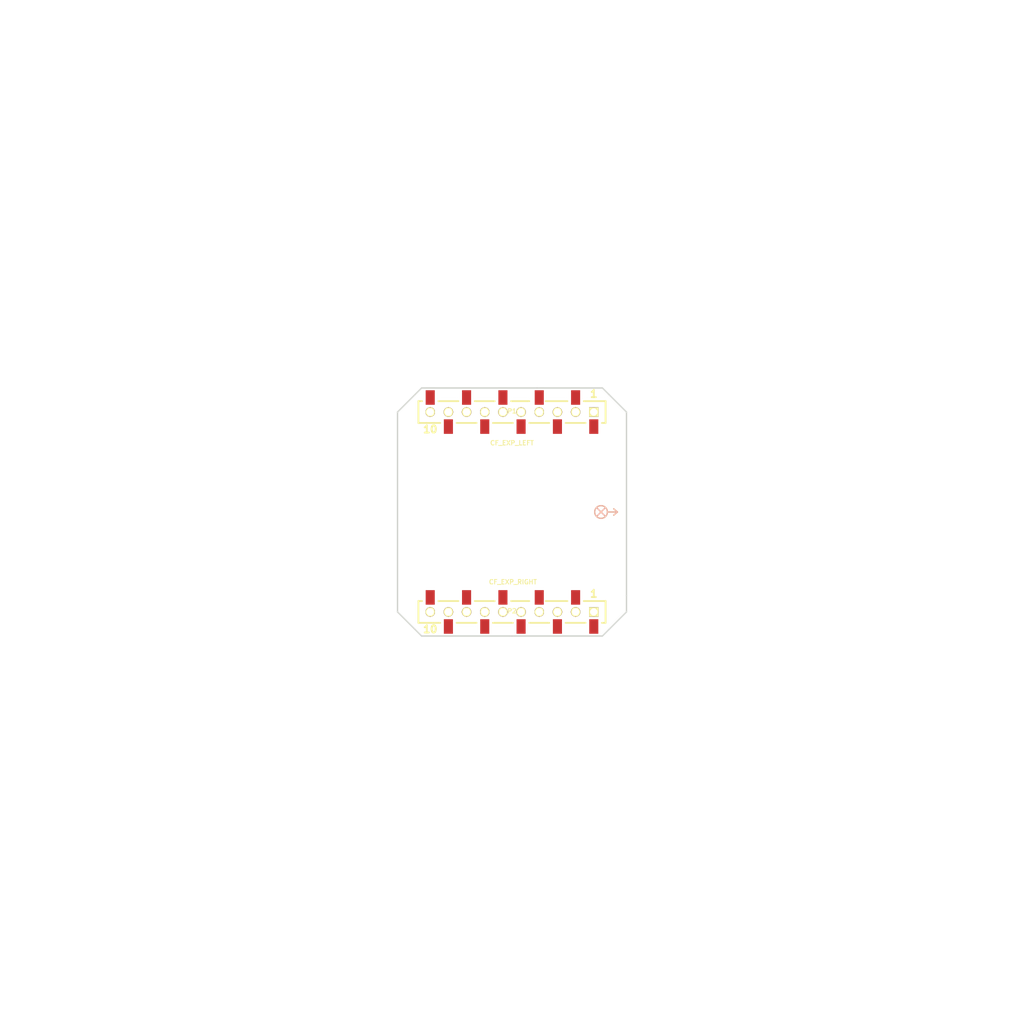
<source format=kicad_pcb>
(kicad_pcb (version 20241229) (generator "pcbnew") (generator_version "9.0")
  (title_block (title "Crazyflie 2.0 expansion template") (date "20 okt 2014") (rev "A") (company "Bitcraze AB") (comment 1 "Licensed under CC-BY 4.0"))
  (layers (0 "F.Cu" signal) (2 "B.Cu" signal) (13 "F.Paste" user) (15 "B.Paste" user) (5 "F.SilkS" user) (7 "B.SilkS" user) (1 "F.Mask" user) (3 "B.Mask" user) (25 "Edge.Cuts" user))
  (net 0 "")
  (net 1 "Net-(P1-Pad10)")
  (net 2 "Net-(P1-Pad2)")
  (net 3 "Net-(P1-Pad1)")
  (net 4 "Net-(P1-Pad8)")
  (net 5 "Net-(P1-Pad9)")
  (net 6 "Net-(P1-Pad3)")
  (net 7 "Net-(P1-Pad4)")
  (net 8 "Net-(P1-Pad7)")
  (net 9 "Net-(P1-Pad6)")
  (net 10 "Net-(P1-Pad5)")
  (net 11 "Net-(P2-Pad10)")
  (net 12 "Net-(P2-Pad2)")
  (net 13 "Net-(P2-Pad1)")
  (net 14 "Net-(P2-Pad8)")
  (net 15 "Net-(P2-Pad9)")
  (net 16 "Net-(P2-Pad3)")
  (net 17 "Net-(P2-Pad4)")
  (net 18 "Net-(P2-Pad7)")
  (net 19 "Net-(P2-Pad6)")
  (net 20 "Net-(P2-Pad5)")
  (footprint "connectors:BF090-10-X-B2" (layer "F.Cu") (at 139.001 86.00092 180)
    (property "Reference" "P1" (at 0 0.1 180) (layer "F.SilkS") (effects (font (size 0.5 0.5) (thickness 0.1))))
    (property "Value" "CF_EXP_LEFT" (at 0 -3.4 180) (layer "F.SilkS") (effects (font (size 0.5 0.5) (thickness 0.1))))
    (fp_line (start 10.3 1.2) (end 9.9 1.2) (stroke (width 0.2)) (layer "F.SilkS"))
    (fp_line (start 10.3 -1.2) (end 10.3 1.2) (stroke (width 0.2)) (layer "F.SilkS"))
    (fp_line (start 7.9 -1.2) (end 10.3 -1.2) (stroke (width 0.2)) (layer "F.SilkS"))
    (fp_line (start 5.9 1.2) (end 8.1 1.2) (stroke (width 0.2)) (layer "F.SilkS"))
    (fp_line (start 3.9 -1.2) (end 6.1 -1.2) (stroke (width 0.2)) (layer "F.SilkS"))
    (fp_line (start 1.9 1.2) (end 4.1 1.2) (stroke (width 0.2)) (layer "F.SilkS"))
    (fp_line (start -0.1 -1.2) (end 2.1 -1.2) (stroke (width 0.2)) (layer "F.SilkS"))
    (fp_line (start -1.9 1.2) (end 0.1 1.2) (stroke (width 0.2)) (layer "F.SilkS"))
    (fp_line (start -4.1 -1.2) (end -1.9 -1.2) (stroke (width 0.2)) (layer "F.SilkS"))
    (fp_line (start -6.1 1.2) (end -3.7 1.2) (stroke (width 0.2)) (layer "F.SilkS"))
    (fp_line (start -8.1 -1.2) (end -5.9 -1.2) (stroke (width 0.2)) (layer "F.SilkS"))
    (fp_line (start -10.3 1.2) (end -7.9 1.2) (stroke (width 0.2)) (layer "F.SilkS"))
    (fp_line (start -10.3 -1.2) (end -9.9 -1.2) (stroke (width 0.2)) (layer "F.SilkS"))
    (fp_line (start -10.3 -1.2) (end -10.3 1.2) (stroke (width 0.2)) (layer "F.SilkS"))
    (fp_text user "1" (at -9 2 180) (layer "F.SilkS") (effects (font (size 0.8 0.8) (thickness 0.2))))
    (fp_text user "10" (at 9 -1.9 180) (layer "F.SilkS") (effects (font (size 0.8 0.8) (thickness 0.2))))
    (pad "1" smd rect (at -9 -1.6 180) (size 1 1.6) (layers "F.Cu" "F.Mask" "F.Paste") (net 3 "Net-(P1-Pad1)"))
    (pad "1" smd circle (at -9 0 180) (size 1.05 1.05) (layers "F.Cu" "F.Mask") (net 3 "Net-(P1-Pad1)"))
    (pad "1" thru_hole rect (at -9 0 180) (size 1.05 1.05) (drill 0.8) (layers "*.Cu" "B.Mask" "F.SilkS") (net 3 "Net-(P1-Pad1)"))
    (pad "2" smd circle (at -7 0 180) (size 1.05 1.05) (layers "F.Cu" "F.Mask") (net 2 "Net-(P1-Pad2)"))
    (pad "2" thru_hole circle (at -7 0 180) (size 1.05 1.05) (drill 0.8) (layers "*.Cu" "B.Mask" "F.SilkS") (net 2 "Net-(P1-Pad2)"))
    (pad "2" smd rect (at -7 1.6 180) (size 1 1.6) (layers "F.Cu" "F.Mask" "F.Paste") (net 2 "Net-(P1-Pad2)"))
    (pad "3" smd rect (at -5 -1.6 180) (size 1 1.6) (layers "F.Cu" "F.Mask" "F.Paste") (net 6 "Net-(P1-Pad3)"))
    (pad "3" smd circle (at -5 0 180) (size 1.05 1.05) (layers "F.Cu" "F.Mask") (net 6 "Net-(P1-Pad3)"))
    (pad "3" thru_hole circle (at -5 0 180) (size 1.05 1.05) (drill 0.8) (layers "*.Cu" "B.Mask" "F.SilkS") (net 6 "Net-(P1-Pad3)"))
    (pad "4" smd circle (at -3 0 180) (size 1.05 1.05) (layers "F.Cu" "F.Mask") (net 7 "Net-(P1-Pad4)"))
    (pad "4" thru_hole circle (at -3 0 180) (size 1.05 1.05) (drill 0.8) (layers "*.Cu" "B.Mask" "F.SilkS") (net 7 "Net-(P1-Pad4)"))
    (pad "4" smd rect (at -3 1.6 180) (size 1 1.6) (layers "F.Cu" "F.Mask" "F.Paste") (net 7 "Net-(P1-Pad4)"))
    (pad "5" smd rect (at -1 -1.6 180) (size 1 1.6) (layers "F.Cu" "F.Mask" "F.Paste") (net 10 "Net-(P1-Pad5)"))
    (pad "5" smd circle (at -1 0 180) (size 1.05 1.05) (layers "F.Cu" "F.Mask") (net 10 "Net-(P1-Pad5)"))
    (pad "5" thru_hole circle (at -1 0 180) (size 1.05 1.05) (drill 0.8) (layers "*.Cu" "B.Mask" "F.SilkS") (net 10 "Net-(P1-Pad5)"))
    (pad "6" smd circle (at 1 0 180) (size 1.05 1.05) (layers "F.Cu" "F.Mask") (net 9 "Net-(P1-Pad6)"))
    (pad "6" thru_hole circle (at 1 0 180) (size 1.05 1.05) (drill 0.8) (layers "*.Cu" "B.Mask" "F.SilkS") (net 9 "Net-(P1-Pad6)"))
    (pad "6" smd rect (at 1 1.6 180) (size 1 1.6) (layers "F.Cu" "F.Mask" "F.Paste") (net 9 "Net-(P1-Pad6)"))
    (pad "7" smd rect (at 3 -1.6 180) (size 1 1.6) (layers "F.Cu" "F.Mask" "F.Paste") (net 8 "Net-(P1-Pad7)"))
    (pad "7" smd circle (at 3 0 180) (size 1.05 1.05) (layers "F.Cu" "F.Mask") (net 8 "Net-(P1-Pad7)"))
    (pad "7" thru_hole circle (at 3 0 180) (size 1.05 1.05) (drill 0.8) (layers "*.Cu" "B.Mask" "F.SilkS") (net 8 "Net-(P1-Pad7)"))
    (pad "8" smd circle (at 5 0 180) (size 1.05 1.05) (layers "F.Cu" "F.Mask") (net 4 "Net-(P1-Pad8)"))
    (pad "8" thru_hole circle (at 5 0 180) (size 1.05 1.05) (drill 0.8) (layers "*.Cu" "B.Mask" "F.SilkS") (net 4 "Net-(P1-Pad8)"))
    (pad "8" smd rect (at 5 1.6 180) (size 1 1.6) (layers "F.Cu" "F.Mask" "F.Paste") (net 4 "Net-(P1-Pad8)"))
    (pad "9" smd rect (at 7 -1.6 180) (size 1 1.6) (layers "F.Cu" "F.Mask" "F.Paste") (net 5 "Net-(P1-Pad9)"))
    (pad "9" smd circle (at 7 0 180) (size 1.05 1.05) (layers "F.Cu" "F.Mask") (net 5 "Net-(P1-Pad9)"))
    (pad "9" thru_hole circle (at 7 0 180) (size 1.05 1.05) (drill 0.8) (layers "*.Cu" "B.Mask" "F.SilkS") (net 5 "Net-(P1-Pad9)"))
    (pad "10" smd circle (at 9 0 180) (size 1.05 1.05) (layers "F.Cu" "F.Mask") (net 1 "Net-(P1-Pad10)"))
    (pad "10" thru_hole circle (at 9 0 180) (size 1.05 1.05) (drill 0.8) (layers "*.Cu" "B.Mask" "F.SilkS") (net 1 "Net-(P1-Pad10)"))
    (pad "10" smd rect (at 9 1.6 180) (size 1 1.6) (layers "F.Cu" "F.Mask" "F.Paste") (net 1 "Net-(P1-Pad10)"))
  )
  (footprint "connectors:BF090-10-X-B2" (layer "F.Cu") (at 139.001 108.00092 180)
    (property "Reference" "P2" (at 0 0.1 180) (layer "F.SilkS") (effects (font (size 0.5 0.5) (thickness 0.1))))
    (property "Value" "CF_EXP_RIGHT" (at -0.1 3.3 180) (layer "F.SilkS") (effects (font (size 0.5 0.5) (thickness 0.1))))
    (fp_line (start 10.3 1.2) (end 9.9 1.2) (stroke (width 0.2)) (layer "F.SilkS"))
    (fp_line (start 10.3 -1.2) (end 10.3 1.2) (stroke (width 0.2)) (layer "F.SilkS"))
    (fp_line (start 7.9 -1.2) (end 10.3 -1.2) (stroke (width 0.2)) (layer "F.SilkS"))
    (fp_line (start 5.9 1.2) (end 8.1 1.2) (stroke (width 0.2)) (layer "F.SilkS"))
    (fp_line (start 3.9 -1.2) (end 6.1 -1.2) (stroke (width 0.2)) (layer "F.SilkS"))
    (fp_line (start 1.9 1.2) (end 4.1 1.2) (stroke (width 0.2)) (layer "F.SilkS"))
    (fp_line (start -0.1 -1.2) (end 2.1 -1.2) (stroke (width 0.2)) (layer "F.SilkS"))
    (fp_line (start -1.9 1.2) (end 0.1 1.2) (stroke (width 0.2)) (layer "F.SilkS"))
    (fp_line (start -4.1 -1.2) (end -1.9 -1.2) (stroke (width 0.2)) (layer "F.SilkS"))
    (fp_line (start -6.1 1.2) (end -3.7 1.2) (stroke (width 0.2)) (layer "F.SilkS"))
    (fp_line (start -8.1 -1.2) (end -5.9 -1.2) (stroke (width 0.2)) (layer "F.SilkS"))
    (fp_line (start -10.3 1.2) (end -7.9 1.2) (stroke (width 0.2)) (layer "F.SilkS"))
    (fp_line (start -10.3 -1.2) (end -9.9 -1.2) (stroke (width 0.2)) (layer "F.SilkS"))
    (fp_line (start -10.3 -1.2) (end -10.3 1.2) (stroke (width 0.2)) (layer "F.SilkS"))
    (fp_text user "10" (at 9 -1.9 180) (layer "F.SilkS") (effects (font (size 0.8 0.8) (thickness 0.2))))
    (fp_text user "1" (at -9 2 180) (layer "F.SilkS") (effects (font (size 0.8 0.8) (thickness 0.2))))
    (pad "1" smd rect (at -9 -1.6 180) (size 1 1.6) (layers "F.Cu" "F.Mask" "F.Paste") (net 13 "Net-(P2-Pad1)"))
    (pad "1" smd circle (at -9 0 180) (size 1.05 1.05) (layers "F.Cu" "F.Mask") (net 13 "Net-(P2-Pad1)"))
    (pad "1" thru_hole rect (at -9 0 180) (size 1.05 1.05) (drill 0.8) (layers "*.Cu" "B.Mask" "F.SilkS") (net 13 "Net-(P2-Pad1)"))
    (pad "2" smd circle (at -7 0 180) (size 1.05 1.05) (layers "F.Cu" "F.Mask") (net 12 "Net-(P2-Pad2)"))
    (pad "2" thru_hole circle (at -7 0 180) (size 1.05 1.05) (drill 0.8) (layers "*.Cu" "B.Mask" "F.SilkS") (net 12 "Net-(P2-Pad2)"))
    (pad "2" smd rect (at -7 1.6 180) (size 1 1.6) (layers "F.Cu" "F.Mask" "F.Paste") (net 12 "Net-(P2-Pad2)"))
    (pad "3" smd rect (at -5 -1.6 180) (size 1 1.6) (layers "F.Cu" "F.Mask" "F.Paste") (net 16 "Net-(P2-Pad3)"))
    (pad "3" smd circle (at -5 0 180) (size 1.05 1.05) (layers "F.Cu" "F.Mask") (net 16 "Net-(P2-Pad3)"))
    (pad "3" thru_hole circle (at -5 0 180) (size 1.05 1.05) (drill 0.8) (layers "*.Cu" "B.Mask" "F.SilkS") (net 16 "Net-(P2-Pad3)"))
    (pad "4" smd circle (at -3 0 180) (size 1.05 1.05) (layers "F.Cu" "F.Mask") (net 17 "Net-(P2-Pad4)"))
    (pad "4" thru_hole circle (at -3 0 180) (size 1.05 1.05) (drill 0.8) (layers "*.Cu" "B.Mask" "F.SilkS") (net 17 "Net-(P2-Pad4)"))
    (pad "4" smd rect (at -3 1.6 180) (size 1 1.6) (layers "F.Cu" "F.Mask" "F.Paste") (net 17 "Net-(P2-Pad4)"))
    (pad "5" smd rect (at -1 -1.6 180) (size 1 1.6) (layers "F.Cu" "F.Mask" "F.Paste") (net 20 "Net-(P2-Pad5)"))
    (pad "5" smd circle (at -1 0 180) (size 1.05 1.05) (layers "F.Cu" "F.Mask") (net 20 "Net-(P2-Pad5)"))
    (pad "5" thru_hole circle (at -1 0 180) (size 1.05 1.05) (drill 0.8) (layers "*.Cu" "B.Mask" "F.SilkS") (net 20 "Net-(P2-Pad5)"))
    (pad "6" smd circle (at 1 0 180) (size 1.05 1.05) (layers "F.Cu" "F.Mask") (net 19 "Net-(P2-Pad6)"))
    (pad "6" thru_hole circle (at 1 0 180) (size 1.05 1.05) (drill 0.8) (layers "*.Cu" "B.Mask" "F.SilkS") (net 19 "Net-(P2-Pad6)"))
    (pad "6" smd rect (at 1 1.6 180) (size 1 1.6) (layers "F.Cu" "F.Mask" "F.Paste") (net 19 "Net-(P2-Pad6)"))
    (pad "7" smd rect (at 3 -1.6 180) (size 1 1.6) (layers "F.Cu" "F.Mask" "F.Paste") (net 18 "Net-(P2-Pad7)"))
    (pad "7" smd circle (at 3 0 180) (size 1.05 1.05) (layers "F.Cu" "F.Mask") (net 18 "Net-(P2-Pad7)"))
    (pad "7" thru_hole circle (at 3 0 180) (size 1.05 1.05) (drill 0.8) (layers "*.Cu" "B.Mask" "F.SilkS") (net 18 "Net-(P2-Pad7)"))
    (pad "8" smd circle (at 5 0 180) (size 1.05 1.05) (layers "F.Cu" "F.Mask") (net 14 "Net-(P2-Pad8)"))
    (pad "8" thru_hole circle (at 5 0 180) (size 1.05 1.05) (drill 0.8) (layers "*.Cu" "B.Mask" "F.SilkS") (net 14 "Net-(P2-Pad8)"))
    (pad "8" smd rect (at 5 1.6 180) (size 1 1.6) (layers "F.Cu" "F.Mask" "F.Paste") (net 14 "Net-(P2-Pad8)"))
    (pad "9" smd rect (at 7 -1.6 180) (size 1 1.6) (layers "F.Cu" "F.Mask" "F.Paste") (net 15 "Net-(P2-Pad9)"))
    (pad "9" smd circle (at 7 0 180) (size 1.05 1.05) (layers "F.Cu" "F.Mask") (net 15 "Net-(P2-Pad9)"))
    (pad "9" thru_hole circle (at 7 0 180) (size 1.05 1.05) (drill 0.8) (layers "*.Cu" "B.Mask" "F.SilkS") (net 15 "Net-(P2-Pad9)"))
    (pad "10" smd circle (at 9 0 180) (size 1.05 1.05) (layers "F.Cu" "F.Mask") (net 11 "Net-(P2-Pad10)"))
    (pad "10" thru_hole circle (at 9 0 180) (size 1.05 1.05) (drill 0.8) (layers "*.Cu" "B.Mask" "F.SilkS") (net 11 "Net-(P2-Pad10)"))
    (pad "10" smd rect (at 9 1.6 180) (size 1 1.6) (layers "F.Cu" "F.Mask" "F.Paste") (net 11 "Net-(P2-Pad10)"))
  )
  (footprint "bitcraze:EXP_ORIENTATION" (layer "F.Cu") (at 148.801 97.00092)
    (property "Reference" "EXP_ORIENTATION" (hide yes))
    (property "Value" "VAL**" (hide yes))
    (fp_line (start 0.7 0) (end 1.8 0) (stroke (width 0.15)) (layer "F.SilkS"))
    (fp_line (start 1.8 0) (end 1.4 -0.35) (stroke (width 0.15)) (layer "F.SilkS"))
    (fp_line (start 1.8 0) (end 1.4 0.35) (stroke (width 0.15)) (layer "F.SilkS"))
    (fp_circle (center 0 0) (end 0.075 0.025) (stroke (width 0.15)) (fill no) (layer "F.SilkS"))
    (fp_circle (center 0 0) (end 0.7 0.025) (stroke (width 0.15)) (fill no) (layer "F.SilkS"))
    (fp_line (start 0 0) (end -0.475 -0.475) (stroke (width 0.15)) (layer "B.SilkS"))
    (fp_line (start 0 0) (end -0.475 0.475) (stroke (width 0.15)) (layer "B.SilkS"))
    (fp_line (start 0 0) (end 0.475 -0.475) (stroke (width 0.15)) (layer "B.SilkS"))
    (fp_line (start 0 0) (end 0.475 0.475) (stroke (width 0.15)) (layer "B.SilkS"))
    (fp_line (start 0.7 0) (end 1.8 0) (stroke (width 0.15)) (layer "B.SilkS"))
    (fp_line (start 1.8 0) (end 1.4 -0.35) (stroke (width 0.15)) (layer "B.SilkS"))
    (fp_line (start 1.8 0) (end 1.4 0.35) (stroke (width 0.15)) (layer "B.SilkS"))
    (fp_circle (center 0 0) (end 0.7 0.025) (stroke (width 0.15)) (fill no) (layer "B.SilkS"))
  )
  (gr_line (start 151.601 86.00092) (end 151.601 106.20092) (stroke (width 0.15)) (layer "Edge.Cuts"))
  (gr_line (start 141.751 83.35092) (end 129.051 83.35092) (stroke (width 0.15)) (layer "Edge.Cuts"))
  (gr_line (start 139.001 110.65092) (end 129.051 110.65092) (stroke (width 0.15)) (layer "Edge.Cuts"))
  (gr_line (start 149.701 109.90092) (end 151.601 108.00092) (stroke (width 0.15)) (layer "Edge.Cuts"))
  (gr_line (start 148.951 83.35092) (end 149.701 84.10092) (stroke (width 0.15)) (layer "Edge.Cuts"))
  (gr_line (start 128.301 84.10092) (end 126.401 86.00092) (stroke (width 0.15)) (layer "Edge.Cuts"))
  (gr_line (start 129.051 110.65092) (end 128.301 109.90092) (stroke (width 0.15)) (layer "Edge.Cuts"))
  (gr_line (start 139.001 110.65092) (end 148.951 110.65092) (stroke (width 0.15)) (layer "Edge.Cuts"))
  (gr_line (start 151.601 108.00092) (end 151.601 106.20092) (stroke (width 0.15)) (layer "Edge.Cuts"))
  (gr_line (start 149.701 84.10092) (end 151.601 86.00092) (stroke (width 0.15)) (layer "Edge.Cuts"))
  (gr_line (start 126.401 108.00092) (end 126.401 86.00092) (stroke (width 0.15)) (layer "Edge.Cuts"))
  (gr_line (start 141.751 83.35092) (end 148.951 83.35092) (stroke (width 0.15)) (layer "Edge.Cuts"))
  (gr_line (start 148.951 110.65092) (end 149.701 109.90092) (stroke (width 0.15)) (layer "Edge.Cuts"))
  (gr_line (start 129.051 83.35092) (end 128.301 84.10092) (stroke (width 0.15)) (layer "Edge.Cuts"))
  (gr_line (start 128.301 109.90092) (end 126.401 108.00092) (stroke (width 0.15)) (layer "Edge.Cuts"))
)
</source>
